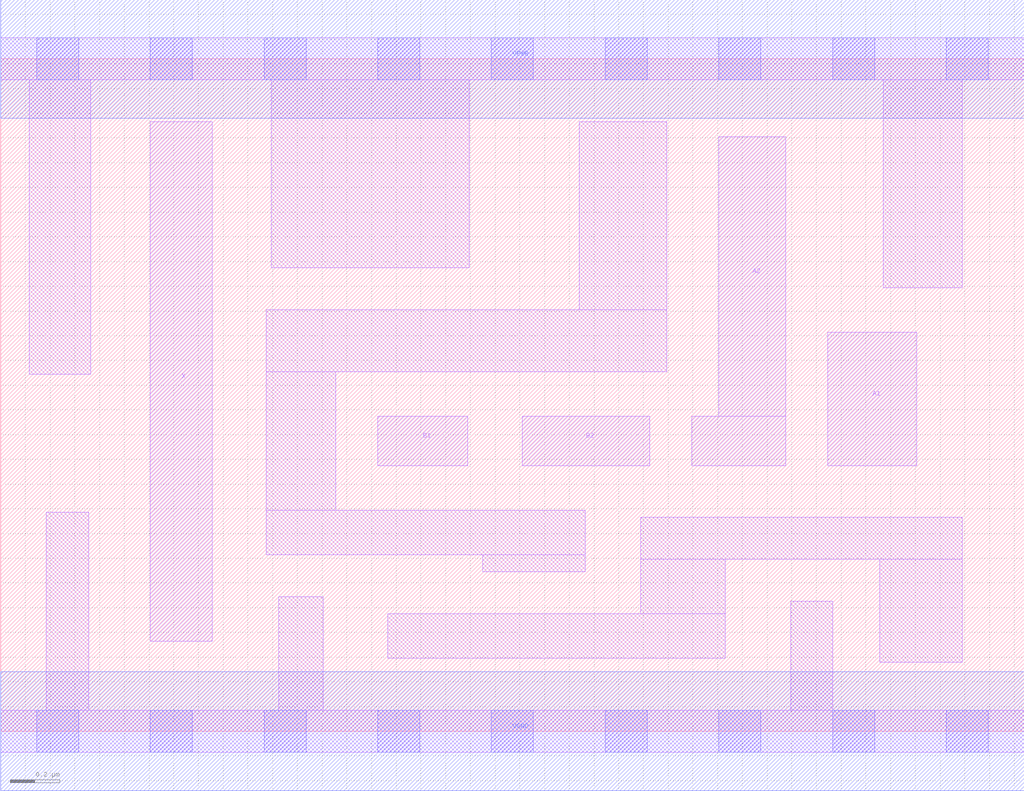
<source format=lef>
# Copyright 2020 The SkyWater PDK Authors
#
# Licensed under the Apache License, Version 2.0 (the "License");
# you may not use this file except in compliance with the License.
# You may obtain a copy of the License at
#
#     https://www.apache.org/licenses/LICENSE-2.0
#
# Unless required by applicable law or agreed to in writing, software
# distributed under the License is distributed on an "AS IS" BASIS,
# WITHOUT WARRANTIES OR CONDITIONS OF ANY KIND, either express or implied.
# See the License for the specific language governing permissions and
# limitations under the License.
#
# SPDX-License-Identifier: Apache-2.0

VERSION 5.7 ;
BUSBITCHARS "[]" ;
DIVIDERCHAR "/" ;
PROPERTYDEFINITIONS
  MACRO maskLayoutSubType STRING ;
  MACRO prCellType STRING ;
  MACRO originalViewName STRING ;
END PROPERTYDEFINITIONS
MACRO sky130_fd_sc_hdll__o22a_2
  ORIGIN  0.000000  0.000000 ;
  CLASS CORE ;
  SYMMETRY X Y R90 ;
  SIZE  4.140000 BY  2.720000 ;
  SITE unithd ;
  PIN A1
    ANTENNAGATEAREA  0.277500 ;
    DIRECTION INPUT ;
    USE SIGNAL ;
    PORT
      LAYER li1 ;
        RECT 3.345000 1.075000 3.705000 1.615000 ;
    END
  END A1
  PIN A2
    ANTENNAGATEAREA  0.277500 ;
    DIRECTION INPUT ;
    USE SIGNAL ;
    PORT
      LAYER li1 ;
        RECT 2.795000 1.075000 3.175000 1.275000 ;
        RECT 2.905000 1.275000 3.175000 2.405000 ;
    END
  END A2
  PIN B1
    ANTENNAGATEAREA  0.277500 ;
    DIRECTION INPUT ;
    USE SIGNAL ;
    PORT
      LAYER li1 ;
        RECT 1.525000 1.075000 1.890000 1.275000 ;
    END
  END B1
  PIN B2
    ANTENNAGATEAREA  0.277500 ;
    DIRECTION INPUT ;
    USE SIGNAL ;
    PORT
      LAYER li1 ;
        RECT 2.110000 1.075000 2.625000 1.275000 ;
    END
  END B2
  PIN X
    ANTENNADIFFAREA  0.491500 ;
    DIRECTION OUTPUT ;
    USE SIGNAL ;
    PORT
      LAYER li1 ;
        RECT 0.605000 0.365000 0.855000 2.465000 ;
    END
  END X
  PIN VGND
    DIRECTION INOUT ;
    USE GROUND ;
    PORT
      LAYER met1 ;
        RECT 0.000000 -0.240000 4.140000 0.240000 ;
    END
  END VGND
  PIN VPWR
    DIRECTION INOUT ;
    USE POWER ;
    PORT
      LAYER met1 ;
        RECT 0.000000 2.480000 4.140000 2.960000 ;
    END
  END VPWR
  OBS
    LAYER li1 ;
      RECT 0.000000 -0.085000 4.140000 0.085000 ;
      RECT 0.000000  2.635000 4.140000 2.805000 ;
      RECT 0.115000  1.445000 0.365000 2.635000 ;
      RECT 0.185000  0.085000 0.355000 0.885000 ;
      RECT 1.075000  0.715000 2.365000 0.895000 ;
      RECT 1.075000  0.895000 1.355000 1.455000 ;
      RECT 1.075000  1.455000 2.695000 1.705000 ;
      RECT 1.095000  1.875000 1.895000 2.635000 ;
      RECT 1.125000  0.085000 1.305000 0.545000 ;
      RECT 1.565000  0.295000 2.930000 0.475000 ;
      RECT 1.950000  0.645000 2.365000 0.715000 ;
      RECT 2.340000  1.705000 2.695000 2.465000 ;
      RECT 2.590000  0.475000 2.930000 0.695000 ;
      RECT 2.590000  0.695000 3.890000 0.865000 ;
      RECT 3.195000  0.085000 3.365000 0.525000 ;
      RECT 3.555000  0.280000 3.890000 0.695000 ;
      RECT 3.570000  1.795000 3.890000 2.635000 ;
    LAYER mcon ;
      RECT 0.145000 -0.085000 0.315000 0.085000 ;
      RECT 0.145000  2.635000 0.315000 2.805000 ;
      RECT 0.605000 -0.085000 0.775000 0.085000 ;
      RECT 0.605000  2.635000 0.775000 2.805000 ;
      RECT 1.065000 -0.085000 1.235000 0.085000 ;
      RECT 1.065000  2.635000 1.235000 2.805000 ;
      RECT 1.525000 -0.085000 1.695000 0.085000 ;
      RECT 1.525000  2.635000 1.695000 2.805000 ;
      RECT 1.985000 -0.085000 2.155000 0.085000 ;
      RECT 1.985000  2.635000 2.155000 2.805000 ;
      RECT 2.445000 -0.085000 2.615000 0.085000 ;
      RECT 2.445000  2.635000 2.615000 2.805000 ;
      RECT 2.905000 -0.085000 3.075000 0.085000 ;
      RECT 2.905000  2.635000 3.075000 2.805000 ;
      RECT 3.365000 -0.085000 3.535000 0.085000 ;
      RECT 3.365000  2.635000 3.535000 2.805000 ;
      RECT 3.825000 -0.085000 3.995000 0.085000 ;
      RECT 3.825000  2.635000 3.995000 2.805000 ;
  END
  PROPERTY maskLayoutSubType "abstract" ;
  PROPERTY prCellType "standard" ;
  PROPERTY originalViewName "layout" ;
END sky130_fd_sc_hdll__o22a_2

</source>
